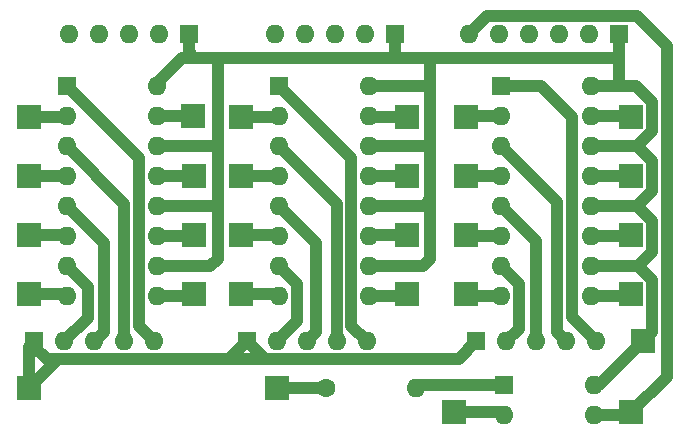
<source format=gbr>
%TF.GenerationSoftware,KiCad,Pcbnew,8.0.8-8.0.8-0~ubuntu22.04.1*%
%TF.CreationDate,2025-02-12T20:38:04+01:00*%
%TF.ProjectId,Optocopler,4f70746f-636f-4706-9c65-722e6b696361,rev?*%
%TF.SameCoordinates,Original*%
%TF.FileFunction,Copper,L2,Bot*%
%TF.FilePolarity,Positive*%
%FSLAX46Y46*%
G04 Gerber Fmt 4.6, Leading zero omitted, Abs format (unit mm)*
G04 Created by KiCad (PCBNEW 8.0.8-8.0.8-0~ubuntu22.04.1) date 2025-02-12 20:38:04*
%MOMM*%
%LPD*%
G01*
G04 APERTURE LIST*
G04 Aperture macros list*
%AMRoundRect*
0 Rectangle with rounded corners*
0 $1 Rounding radius*
0 $2 $3 $4 $5 $6 $7 $8 $9 X,Y pos of 4 corners*
0 Add a 4 corners polygon primitive as box body*
4,1,4,$2,$3,$4,$5,$6,$7,$8,$9,$2,$3,0*
0 Add four circle primitives for the rounded corners*
1,1,$1+$1,$2,$3*
1,1,$1+$1,$4,$5*
1,1,$1+$1,$6,$7*
1,1,$1+$1,$8,$9*
0 Add four rect primitives between the rounded corners*
20,1,$1+$1,$2,$3,$4,$5,0*
20,1,$1+$1,$4,$5,$6,$7,0*
20,1,$1+$1,$6,$7,$8,$9,0*
20,1,$1+$1,$8,$9,$2,$3,0*%
G04 Aperture macros list end*
%TA.AperFunction,ComponentPad*%
%ADD10RoundRect,0.250001X-0.799999X-0.799999X0.799999X-0.799999X0.799999X0.799999X-0.799999X0.799999X0*%
%TD*%
%TA.AperFunction,ComponentPad*%
%ADD11R,1.600000X1.600000*%
%TD*%
%TA.AperFunction,ComponentPad*%
%ADD12O,1.600000X1.600000*%
%TD*%
%TA.AperFunction,ComponentPad*%
%ADD13C,1.600000*%
%TD*%
%TA.AperFunction,Conductor*%
%ADD14C,1.000000*%
%TD*%
G04 APERTURE END LIST*
D10*
%TO.P,J24,1,Pin_1*%
%TO.N,Net-(J24-Pin_1)*%
X149095000Y-98350000D03*
%TD*%
%TO.P,J17,1,Pin_1*%
%TO.N,Net-(J17-Pin_1)*%
X130095000Y-78350000D03*
%TD*%
%TO.P,J18,1,Pin_1*%
%TO.N,Net-(J18-Pin_1)*%
X130095000Y-73350000D03*
%TD*%
%TO.P,J16,1,Pin_1*%
%TO.N,Net-(J16-Pin_1)*%
X130095000Y-83350000D03*
%TD*%
%TO.P,J15,1,Pin_1*%
%TO.N,Net-(J15-Pin_1)*%
X130095000Y-88350000D03*
%TD*%
%TO.P,J13,1,Pin_1*%
%TO.N,Net-(J13-Pin_1)*%
X116095000Y-73350000D03*
%TD*%
%TO.P,J4,1,Pin_1*%
%TO.N,Net-(J4-Pin_1)*%
X98095000Y-78350000D03*
%TD*%
%TO.P,J2,1,Pin_1*%
%TO.N,Net-(J2-Pin_1)*%
X98095000Y-88350000D03*
%TD*%
%TO.P,J11,1,Pin_1*%
%TO.N,Net-(J11-Pin_1)*%
X116095000Y-83350000D03*
%TD*%
%TO.P,J8,1,Pin_1*%
%TO.N,Net-(J8-Pin_1)*%
X112095000Y-78350000D03*
%TD*%
%TO.P,J27,1,Pin_1*%
%TO.N,Net-(J27-Pin_1)*%
X149095000Y-83350000D03*
%TD*%
D11*
%TO.P,RN4,1,common*%
%TO.N,Net-(J25-Pin_1)*%
X111635000Y-66350000D03*
D12*
%TO.P,RN4,2,R1*%
%TO.N,Net-(J9-Pin_1)*%
X109095000Y-66350000D03*
%TO.P,RN4,3,R2*%
%TO.N,Net-(J8-Pin_1)*%
X106555000Y-66350000D03*
%TO.P,RN4,4,R3*%
%TO.N,Net-(J7-Pin_1)*%
X104015000Y-66350000D03*
%TO.P,RN4,5,R4*%
%TO.N,Net-(J6-Pin_1)*%
X101475000Y-66350000D03*
%TD*%
D11*
%TO.P,RN1,1,common*%
%TO.N,Net-(J1-Pin_1)*%
X98555000Y-92350000D03*
D12*
%TO.P,RN1,2,R1*%
%TO.N,Net-(RN1-R1)*%
X101095000Y-92350000D03*
%TO.P,RN1,3,R2*%
%TO.N,Net-(RN1-R2)*%
X103635000Y-92350000D03*
%TO.P,RN1,4,R3*%
%TO.N,Net-(RN1-R3)*%
X106175000Y-92350000D03*
%TO.P,RN1,5,R4*%
%TO.N,Net-(RN1-R4)*%
X108715000Y-92350000D03*
%TD*%
D10*
%TO.P,J21,1,Pin_1*%
%TO.N,Net-(J21-Pin_1)*%
X135095000Y-83350000D03*
%TD*%
%TO.P,J6,1,Pin_1*%
%TO.N,Net-(J6-Pin_1)*%
X112095000Y-88350000D03*
%TD*%
%TO.P,J7,1,Pin_1*%
%TO.N,Net-(J7-Pin_1)*%
X112095000Y-83350000D03*
%TD*%
%TO.P,J20,1,Pin_1*%
%TO.N,Net-(J20-Pin_1)*%
X135095000Y-88350000D03*
%TD*%
%TO.P,J19,1,Pin_1*%
%TO.N,Net-(J19-Pin_1)*%
X134095000Y-98350000D03*
%TD*%
D11*
%TO.P,U5,1*%
%TO.N,Net-(R1-Pad2)*%
X138295000Y-96075000D03*
D12*
%TO.P,U5,2*%
%TO.N,Net-(J19-Pin_1)*%
X138295000Y-98615000D03*
%TO.P,U5,3*%
%TO.N,Net-(J24-Pin_1)*%
X145915000Y-98615000D03*
%TO.P,U5,4*%
%TO.N,Net-(J25-Pin_1)*%
X145915000Y-96075000D03*
%TD*%
D10*
%TO.P,J1,1,Pin_1*%
%TO.N,Net-(J1-Pin_1)*%
X98095000Y-96350000D03*
%TD*%
%TO.P,J29,1,Pin_1*%
%TO.N,Net-(J29-Pin_1)*%
X149095000Y-73350000D03*
%TD*%
D11*
%TO.P,U6,1*%
%TO.N,Net-(RN3-R4)*%
X138095000Y-70750000D03*
D12*
%TO.P,U6,2*%
%TO.N,Net-(J23-Pin_1)*%
X138095000Y-73290000D03*
%TO.P,U6,3*%
%TO.N,Net-(RN3-R3)*%
X138095000Y-75830000D03*
%TO.P,U6,4*%
%TO.N,Net-(J22-Pin_1)*%
X138095000Y-78370000D03*
%TO.P,U6,5*%
%TO.N,Net-(RN3-R2)*%
X138095000Y-80910000D03*
%TO.P,U6,6*%
%TO.N,Net-(J21-Pin_1)*%
X138095000Y-83450000D03*
%TO.P,U6,7*%
%TO.N,Net-(RN3-R1)*%
X138095000Y-85990000D03*
%TO.P,U6,8*%
%TO.N,Net-(J20-Pin_1)*%
X138095000Y-88530000D03*
%TO.P,U6,9*%
%TO.N,Net-(J26-Pin_1)*%
X145715000Y-88530000D03*
%TO.P,U6,10*%
%TO.N,Net-(J25-Pin_1)*%
X145715000Y-85990000D03*
%TO.P,U6,11*%
%TO.N,Net-(J27-Pin_1)*%
X145715000Y-83450000D03*
%TO.P,U6,12*%
%TO.N,Net-(J25-Pin_1)*%
X145715000Y-80910000D03*
%TO.P,U6,13*%
%TO.N,Net-(J28-Pin_1)*%
X145715000Y-78370000D03*
%TO.P,U6,14*%
%TO.N,Net-(J25-Pin_1)*%
X145715000Y-75830000D03*
%TO.P,U6,15*%
%TO.N,Net-(J29-Pin_1)*%
X145715000Y-73290000D03*
%TO.P,U6,16*%
%TO.N,Net-(J25-Pin_1)*%
X145715000Y-70750000D03*
%TD*%
D11*
%TO.P,RN6,1,common*%
%TO.N,Net-(J25-Pin_1)*%
X129095000Y-66350000D03*
D12*
%TO.P,RN6,2,R1*%
%TO.N,Net-(J18-Pin_1)*%
X126555000Y-66350000D03*
%TO.P,RN6,3,R2*%
%TO.N,Net-(J17-Pin_1)*%
X124015000Y-66350000D03*
%TO.P,RN6,4,R3*%
%TO.N,Net-(J16-Pin_1)*%
X121475000Y-66350000D03*
%TO.P,RN6,5,R4*%
%TO.N,Net-(J15-Pin_1)*%
X118935000Y-66350000D03*
%TD*%
D11*
%TO.P,RN3,1,common*%
%TO.N,Net-(J1-Pin_1)*%
X135995000Y-92350000D03*
D12*
%TO.P,RN3,2,R1*%
%TO.N,Net-(RN3-R1)*%
X138535000Y-92350000D03*
%TO.P,RN3,3,R2*%
%TO.N,Net-(RN3-R2)*%
X141075000Y-92350000D03*
%TO.P,RN3,4,R3*%
%TO.N,Net-(RN3-R3)*%
X143615000Y-92350000D03*
%TO.P,RN3,5,R4*%
%TO.N,Net-(RN3-R4)*%
X146155000Y-92350000D03*
%TD*%
D10*
%TO.P,J10,1,Pin_1*%
%TO.N,Net-(J10-Pin_1)*%
X116095000Y-88350000D03*
%TD*%
%TO.P,J28,1,Pin_1*%
%TO.N,Net-(J28-Pin_1)*%
X149095000Y-78350000D03*
%TD*%
%TO.P,J25,1,Pin_1*%
%TO.N,Net-(J25-Pin_1)*%
X150095000Y-92350000D03*
%TD*%
%TO.P,J9,1,Pin_1*%
%TO.N,Net-(J9-Pin_1)*%
X112035000Y-73290000D03*
%TD*%
%TO.P,J23,1,Pin_1*%
%TO.N,Net-(J23-Pin_1)*%
X135095000Y-73350000D03*
%TD*%
D13*
%TO.P,R1,1*%
%TO.N,Net-(J14-Pin_1)*%
X123285000Y-96350000D03*
D12*
%TO.P,R1,2*%
%TO.N,Net-(R1-Pad2)*%
X130905000Y-96350000D03*
%TD*%
D11*
%TO.P,RN5,1,common*%
%TO.N,Net-(J25-Pin_1)*%
X148095000Y-66350000D03*
D12*
%TO.P,RN5,2,R1*%
%TO.N,Net-(J29-Pin_1)*%
X145555000Y-66350000D03*
%TO.P,RN5,3,R2*%
%TO.N,Net-(J28-Pin_1)*%
X143015000Y-66350000D03*
%TO.P,RN5,4,R3*%
%TO.N,Net-(J27-Pin_1)*%
X140475000Y-66350000D03*
%TO.P,RN5,5,R4*%
%TO.N,Net-(J26-Pin_1)*%
X137935000Y-66350000D03*
%TO.P,RN5,6,R5*%
%TO.N,Net-(J24-Pin_1)*%
X135395000Y-66350000D03*
%TD*%
D11*
%TO.P,RN2,1,common*%
%TO.N,Net-(J1-Pin_1)*%
X116555000Y-92350000D03*
D12*
%TO.P,RN2,2,R1*%
%TO.N,Net-(RN2-R1)*%
X119095000Y-92350000D03*
%TO.P,RN2,3,R2*%
%TO.N,Net-(RN2-R2)*%
X121635000Y-92350000D03*
%TO.P,RN2,4,R3*%
%TO.N,Net-(RN2-R3)*%
X124175000Y-92350000D03*
%TO.P,RN2,5,R4*%
%TO.N,Net-(RN2-R4)*%
X126715000Y-92350000D03*
%TD*%
D11*
%TO.P,U4,1*%
%TO.N,Net-(RN2-R4)*%
X119295000Y-70750000D03*
D12*
%TO.P,U4,2*%
%TO.N,Net-(J13-Pin_1)*%
X119295000Y-73290000D03*
%TO.P,U4,3*%
%TO.N,Net-(RN2-R3)*%
X119295000Y-75830000D03*
%TO.P,U4,4*%
%TO.N,Net-(J12-Pin_1)*%
X119295000Y-78370000D03*
%TO.P,U4,5*%
%TO.N,Net-(RN2-R2)*%
X119295000Y-80910000D03*
%TO.P,U4,6*%
%TO.N,Net-(J11-Pin_1)*%
X119295000Y-83450000D03*
%TO.P,U4,7*%
%TO.N,Net-(RN2-R1)*%
X119295000Y-85990000D03*
%TO.P,U4,8*%
%TO.N,Net-(J10-Pin_1)*%
X119295000Y-88530000D03*
%TO.P,U4,9*%
%TO.N,Net-(J15-Pin_1)*%
X126915000Y-88530000D03*
%TO.P,U4,10*%
%TO.N,Net-(J25-Pin_1)*%
X126915000Y-85990000D03*
%TO.P,U4,11*%
%TO.N,Net-(J16-Pin_1)*%
X126915000Y-83450000D03*
%TO.P,U4,12*%
%TO.N,Net-(J25-Pin_1)*%
X126915000Y-80910000D03*
%TO.P,U4,13*%
%TO.N,Net-(J17-Pin_1)*%
X126915000Y-78370000D03*
%TO.P,U4,14*%
%TO.N,Net-(J25-Pin_1)*%
X126915000Y-75830000D03*
%TO.P,U4,15*%
%TO.N,Net-(J18-Pin_1)*%
X126915000Y-73290000D03*
%TO.P,U4,16*%
%TO.N,Net-(J25-Pin_1)*%
X126915000Y-70750000D03*
%TD*%
D10*
%TO.P,J5,1,Pin_1*%
%TO.N,Net-(J5-Pin_1)*%
X98095000Y-73350000D03*
%TD*%
%TO.P,J22,1,Pin_1*%
%TO.N,Net-(J22-Pin_1)*%
X135095000Y-78350000D03*
%TD*%
%TO.P,J3,1,Pin_1*%
%TO.N,Net-(J3-Pin_1)*%
X98095000Y-83350000D03*
%TD*%
%TO.P,J14,1,Pin_1*%
%TO.N,Net-(J14-Pin_1)*%
X119095000Y-96350000D03*
%TD*%
%TO.P,J12,1,Pin_1*%
%TO.N,Net-(J12-Pin_1)*%
X116095000Y-78350000D03*
%TD*%
D11*
%TO.P,U1,1*%
%TO.N,Net-(RN1-R4)*%
X101295000Y-70750000D03*
D12*
%TO.P,U1,2*%
%TO.N,Net-(J5-Pin_1)*%
X101295000Y-73290000D03*
%TO.P,U1,3*%
%TO.N,Net-(RN1-R3)*%
X101295000Y-75830000D03*
%TO.P,U1,4*%
%TO.N,Net-(J4-Pin_1)*%
X101295000Y-78370000D03*
%TO.P,U1,5*%
%TO.N,Net-(RN1-R2)*%
X101295000Y-80910000D03*
%TO.P,U1,6*%
%TO.N,Net-(J3-Pin_1)*%
X101295000Y-83450000D03*
%TO.P,U1,7*%
%TO.N,Net-(RN1-R1)*%
X101295000Y-85990000D03*
%TO.P,U1,8*%
%TO.N,Net-(J2-Pin_1)*%
X101295000Y-88530000D03*
%TO.P,U1,9*%
%TO.N,Net-(J6-Pin_1)*%
X108915000Y-88530000D03*
%TO.P,U1,10*%
%TO.N,Net-(J25-Pin_1)*%
X108915000Y-85990000D03*
%TO.P,U1,11*%
%TO.N,Net-(J7-Pin_1)*%
X108915000Y-83450000D03*
%TO.P,U1,12*%
%TO.N,Net-(J25-Pin_1)*%
X108915000Y-80910000D03*
%TO.P,U1,13*%
%TO.N,Net-(J8-Pin_1)*%
X108915000Y-78370000D03*
%TO.P,U1,14*%
%TO.N,Net-(J25-Pin_1)*%
X108915000Y-75830000D03*
%TO.P,U1,15*%
%TO.N,Net-(J9-Pin_1)*%
X108915000Y-73290000D03*
%TO.P,U1,16*%
%TO.N,Net-(J25-Pin_1)*%
X108915000Y-70750000D03*
%TD*%
D10*
%TO.P,J26,1,Pin_1*%
%TO.N,Net-(J26-Pin_1)*%
X149095000Y-88350000D03*
%TD*%
D14*
%TO.N,Net-(J24-Pin_1)*%
X135395000Y-66350000D02*
X136895000Y-64850000D01*
X152095000Y-67350000D02*
X152095000Y-95350000D01*
X136895000Y-64850000D02*
X149595000Y-64850000D01*
X149595000Y-64850000D02*
X152095000Y-67350000D01*
X152095000Y-95350000D02*
X149095000Y-98350000D01*
%TO.N,Net-(J25-Pin_1)*%
X149685430Y-85990000D02*
X150845000Y-87149570D01*
X150845000Y-87149570D02*
X150845000Y-91600000D01*
X150845000Y-91600000D02*
X150095000Y-92350000D01*
%TO.N,Net-(J15-Pin_1)*%
X126915000Y-88530000D02*
X129915000Y-88530000D01*
X129915000Y-88530000D02*
X130095000Y-88350000D01*
%TO.N,Net-(J14-Pin_1)*%
X123285000Y-96350000D02*
X119095000Y-96350000D01*
%TO.N,Net-(J16-Pin_1)*%
X130095000Y-83350000D02*
X127015000Y-83350000D01*
%TO.N,Net-(J2-Pin_1)*%
X98095000Y-88350000D02*
X101115000Y-88350000D01*
%TO.N,Net-(J3-Pin_1)*%
X98095000Y-83350000D02*
X101195000Y-83350000D01*
%TO.N,Net-(J4-Pin_1)*%
X98095000Y-78350000D02*
X101275000Y-78350000D01*
%TO.N,Net-(J5-Pin_1)*%
X98095000Y-73350000D02*
X101235000Y-73350000D01*
%TO.N,Net-(J6-Pin_1)*%
X108915000Y-88530000D02*
X111915000Y-88530000D01*
%TO.N,Net-(J7-Pin_1)*%
X108915000Y-83450000D02*
X111995000Y-83450000D01*
%TO.N,Net-(J8-Pin_1)*%
X108915000Y-78370000D02*
X112075000Y-78370000D01*
%TO.N,Net-(J9-Pin_1)*%
X108915000Y-73290000D02*
X112035000Y-73290000D01*
%TO.N,Net-(J10-Pin_1)*%
X116165000Y-88350000D02*
X119115000Y-88350000D01*
%TO.N,Net-(J11-Pin_1)*%
X116165000Y-83350000D02*
X119195000Y-83350000D01*
%TO.N,Net-(J12-Pin_1)*%
X116165000Y-78350000D02*
X119275000Y-78350000D01*
%TO.N,Net-(J13-Pin_1)*%
X116165000Y-73350000D02*
X119235000Y-73350000D01*
%TO.N,Net-(J24-Pin_1)*%
X145915000Y-98615000D02*
X148830000Y-98615000D01*
%TO.N,Net-(J18-Pin_1)*%
X130095000Y-73350000D02*
X126975000Y-73350000D01*
%TO.N,Net-(J19-Pin_1)*%
X134095000Y-98350000D02*
X138030000Y-98350000D01*
X138030000Y-98350000D02*
X138295000Y-98615000D01*
%TO.N,Net-(J20-Pin_1)*%
X138095000Y-88530000D02*
X134895000Y-88530000D01*
%TO.N,Net-(J21-Pin_1)*%
X138095000Y-83450000D02*
X134815000Y-83450000D01*
%TO.N,Net-(J22-Pin_1)*%
X138095000Y-78370000D02*
X134735000Y-78370000D01*
%TO.N,Net-(J23-Pin_1)*%
X138095000Y-73290000D02*
X134775000Y-73290000D01*
%TO.N,Net-(J26-Pin_1)*%
X145715000Y-88530000D02*
X148535000Y-88530000D01*
%TO.N,Net-(J27-Pin_1)*%
X145715000Y-83450000D02*
X148615000Y-83450000D01*
%TO.N,Net-(J28-Pin_1)*%
X145715000Y-78370000D02*
X148695000Y-78370000D01*
%TO.N,Net-(J29-Pin_1)*%
X145715000Y-73290000D02*
X148655000Y-73290000D01*
%TO.N,Net-(J25-Pin_1)*%
X145915000Y-96075000D02*
X146370000Y-96075000D01*
X121555000Y-68350000D02*
X114095000Y-68350000D01*
X150845000Y-82149570D02*
X149605430Y-80910000D01*
X132095000Y-75830000D02*
X132095000Y-70750000D01*
X149575000Y-75830000D02*
X150845000Y-74560000D01*
X149685430Y-85990000D02*
X145715000Y-85990000D01*
X149495000Y-70750000D02*
X148519164Y-70750000D01*
X108915000Y-70530000D02*
X111095000Y-68350000D01*
X121555000Y-68350000D02*
X129095000Y-68350000D01*
X132095000Y-85350000D02*
X131455000Y-85990000D01*
X148095000Y-66350000D02*
X148095000Y-68350000D01*
X146370000Y-96075000D02*
X150095000Y-92350000D01*
X132095000Y-68350000D02*
X143095000Y-68350000D01*
X111635000Y-66350000D02*
X111635000Y-67890000D01*
X114095000Y-68350000D02*
X112095000Y-68350000D01*
X145715000Y-70750000D02*
X148095000Y-70750000D01*
X114095000Y-75830000D02*
X114095000Y-68350000D01*
X111635000Y-67890000D02*
X112095000Y-68350000D01*
X108915000Y-80910000D02*
X114095000Y-80910000D01*
X114095000Y-80910000D02*
X114095000Y-80350000D01*
X150845000Y-72100000D02*
X149495000Y-70750000D01*
X149605430Y-80910000D02*
X150845000Y-79670430D01*
X145715000Y-75830000D02*
X149575000Y-75830000D01*
X126915000Y-75830000D02*
X132095000Y-75830000D01*
X132095000Y-75830000D02*
X132095000Y-80350000D01*
X150845000Y-79670430D02*
X150845000Y-77100000D01*
X131455000Y-85990000D02*
X126915000Y-85990000D01*
X150845000Y-84830430D02*
X150845000Y-82149570D01*
X132095000Y-70750000D02*
X132095000Y-68350000D01*
X108915000Y-85990000D02*
X113455000Y-85990000D01*
X150845000Y-77100000D02*
X149575000Y-75830000D01*
X145715000Y-80910000D02*
X149605430Y-80910000D01*
X113455000Y-85990000D02*
X114095000Y-85350000D01*
X143315000Y-68350000D02*
X143095000Y-68350000D01*
X114095000Y-75830000D02*
X108915000Y-75830000D01*
X131535000Y-80910000D02*
X132095000Y-80350000D01*
X126915000Y-80910000D02*
X131535000Y-80910000D01*
X114095000Y-80350000D02*
X114095000Y-75830000D01*
X114095000Y-85350000D02*
X114095000Y-80350000D01*
X108915000Y-70750000D02*
X108915000Y-70530000D01*
X132095000Y-80350000D02*
X132095000Y-85350000D01*
X149685430Y-85990000D02*
X150845000Y-84830430D01*
X129095000Y-66350000D02*
X129095000Y-68350000D01*
X129095000Y-68350000D02*
X132095000Y-68350000D01*
X132095000Y-70750000D02*
X126915000Y-70750000D01*
X111095000Y-68350000D02*
X112095000Y-68350000D01*
X148095000Y-68350000D02*
X148095000Y-70750000D01*
X143315000Y-68350000D02*
X148095000Y-68350000D01*
X148095000Y-70750000D02*
X148519164Y-70750000D01*
X150845000Y-74560000D02*
X150845000Y-72100000D01*
%TO.N,Net-(J17-Pin_1)*%
X130095000Y-78350000D02*
X126935000Y-78350000D01*
%TO.N,Net-(RN1-R4)*%
X107415000Y-76870000D02*
X101295000Y-70750000D01*
X107415000Y-91050000D02*
X107415000Y-76870000D01*
X108715000Y-92350000D02*
X107415000Y-91050000D01*
%TO.N,Net-(RN1-R3)*%
X106175000Y-92350000D02*
X106175000Y-80710000D01*
X106175000Y-80710000D02*
X101295000Y-75830000D01*
%TO.N,Net-(RN1-R2)*%
X103635000Y-92350000D02*
X104434999Y-91550001D01*
X104434999Y-91550001D02*
X104434999Y-84049999D01*
X104434999Y-84049999D02*
X101295000Y-80910000D01*
%TO.N,Net-(RN1-R1)*%
X101095000Y-92350000D02*
X103095000Y-90350000D01*
X103095000Y-90350000D02*
X103095000Y-87790000D01*
X103095000Y-87790000D02*
X101295000Y-85990000D01*
%TO.N,Net-(R1-Pad2)*%
X138295000Y-96075000D02*
X131180000Y-96075000D01*
X131180000Y-96075000D02*
X130905000Y-96350000D01*
%TO.N,Net-(RN2-R2)*%
X122434999Y-91550001D02*
X122434999Y-84049999D01*
X122434999Y-84049999D02*
X119295000Y-80910000D01*
X121635000Y-92350000D02*
X122434999Y-91550001D01*
%TO.N,Net-(RN2-R3)*%
X124175000Y-80710000D02*
X119295000Y-75830000D01*
X124175000Y-92350000D02*
X124175000Y-80710000D01*
%TO.N,Net-(RN2-R1)*%
X120795000Y-87490000D02*
X119295000Y-85990000D01*
X120795000Y-90650000D02*
X120795000Y-87490000D01*
X119095000Y-92350000D02*
X120795000Y-90650000D01*
%TO.N,Net-(RN2-R4)*%
X126715000Y-92350000D02*
X125415000Y-91050000D01*
X125415000Y-76870000D02*
X119295000Y-70750000D01*
X125415000Y-91050000D02*
X125415000Y-76870000D01*
%TO.N,Net-(RN3-R1)*%
X139595000Y-91290000D02*
X139595000Y-87490000D01*
X138535000Y-92350000D02*
X139595000Y-91290000D01*
X139595000Y-87490000D02*
X138095000Y-85990000D01*
%TO.N,Net-(RN3-R2)*%
X141075000Y-92350000D02*
X141075000Y-83890000D01*
X141075000Y-83890000D02*
X138095000Y-80910000D01*
%TO.N,Net-(RN3-R4)*%
X141495000Y-70750000D02*
X138095000Y-70750000D01*
X146155000Y-92350000D02*
X144095000Y-90290000D01*
X144095000Y-90290000D02*
X144095000Y-73350000D01*
X144095000Y-73350000D02*
X141495000Y-70750000D01*
%TO.N,Net-(RN3-R3)*%
X142815001Y-91550001D02*
X142815001Y-80550001D01*
X142815001Y-80550001D02*
X138095000Y-75830000D01*
X143615000Y-92350000D02*
X142815001Y-91550001D01*
%TO.N,Net-(J1-Pin_1)*%
X119095000Y-93850000D02*
X134495000Y-93850000D01*
X98095000Y-92810000D02*
X98555000Y-92350000D01*
X118055000Y-93850000D02*
X119095000Y-93850000D01*
X134495000Y-93850000D02*
X135995000Y-92350000D01*
X116555000Y-92350000D02*
X118055000Y-93850000D01*
X98555000Y-92350000D02*
X98555000Y-92810000D01*
X100595000Y-93850000D02*
X102095000Y-93850000D01*
X98555000Y-92810000D02*
X99595000Y-93850000D01*
X102095000Y-93850000D02*
X115055000Y-93850000D01*
X98095000Y-96350000D02*
X98095000Y-92810000D01*
X98095000Y-96350000D02*
X100595000Y-93850000D01*
X115055000Y-93850000D02*
X119095000Y-93850000D01*
X115055000Y-93850000D02*
X116555000Y-92350000D01*
X99595000Y-93850000D02*
X102095000Y-93850000D01*
%TD*%
M02*

</source>
